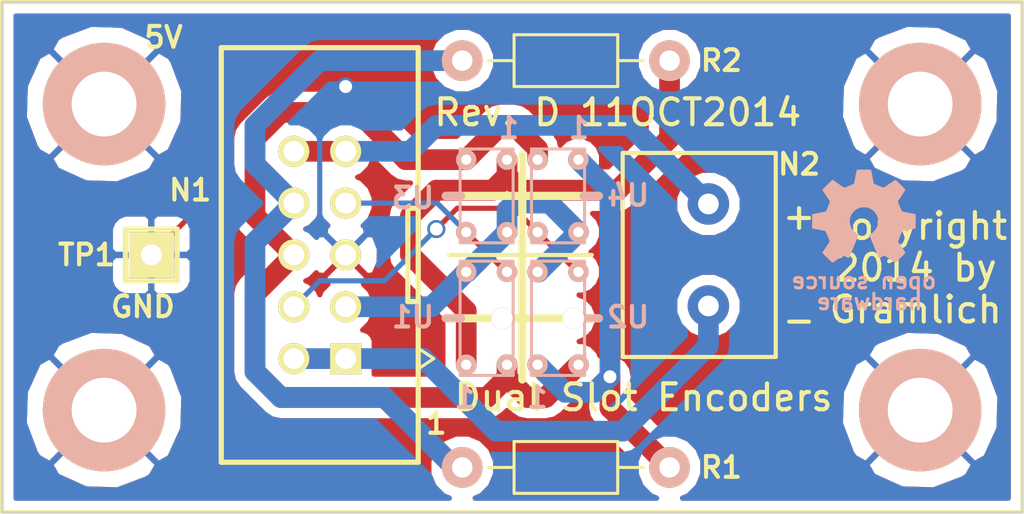
<source format=kicad_pcb>
(kicad_pcb (version 4) (host pcbnew "(2014-jul-16 BZR unknown)-product")

  (general
    (links 27)
    (no_connects 0)
    (area 99.898399 99.13 150.101601 125.3568)
    (thickness 1.6)
    (drawings 27)
    (tracks 93)
    (zones 0)
    (modules 14)
    (nets 11)
  )

  (page A4)
  (layers
    (0 F.Cu signal)
    (31 B.Cu signal)
    (32 B.Adhes user)
    (33 F.Adhes user)
    (34 B.Paste user)
    (35 F.Paste user)
    (36 B.SilkS user)
    (37 F.SilkS user)
    (38 B.Mask user)
    (39 F.Mask user)
    (40 Dwgs.User user)
    (41 Cmts.User user)
    (42 Eco1.User user)
    (43 Eco2.User user)
    (44 Edge.Cuts user)
  )

  (setup
    (last_trace_width 1.016)
    (user_trace_width 0.254)
    (user_trace_width 1.016)
    (trace_clearance 0.254)
    (zone_clearance 0.508)
    (zone_45_only no)
    (trace_min 0.254)
    (segment_width 0.2032)
    (edge_width 0.1)
    (via_size 0.889)
    (via_drill 0.635)
    (via_min_size 0.889)
    (via_min_drill 0.508)
    (uvia_size 0.508)
    (uvia_drill 0.127)
    (uvias_allowed no)
    (uvia_min_size 0.508)
    (uvia_min_drill 0.127)
    (pcb_text_width 0.3)
    (pcb_text_size 1.5 1.5)
    (mod_edge_width 0.15)
    (mod_text_size 1 1)
    (mod_text_width 0.15)
    (pad_size 1 1)
    (pad_drill 0.5)
    (pad_to_mask_clearance 0)
    (aux_axis_origin 0 0)
    (visible_elements 7FFEFFFF)
    (pcbplotparams
      (layerselection 0x010f0_80000001)
      (usegerberextensions true)
      (excludeedgelayer true)
      (linewidth 0.100000)
      (plotframeref false)
      (viasonmask false)
      (mode 1)
      (useauxorigin false)
      (hpglpennumber 1)
      (hpglpenspeed 20)
      (hpglpendiameter 15)
      (hpglpenoverlay 2)
      (psnegative false)
      (psa4output false)
      (plotreference true)
      (plotvalue true)
      (plotinvisibletext false)
      (padsonsilk false)
      (subtractmaskfromsilk false)
      (outputformat 1)
      (mirror false)
      (drillshape 0)
      (scaleselection 1)
      (outputdirectory ""))
  )

  (net 0 "")
  (net 1 "Net-(R1-Pad1)")
  (net 2 "Net-(R2-Pad1)")
  (net 3 /A)
  (net 4 /B)
  (net 5 /MOTOR-)
  (net 6 /MOTOR+)
  (net 7 /LGND)
  (net 8 /LPWR)
  (net 9 /LED_EN)
  (net 10 /BPWR)

  (net_class Default "This is the default net class."
    (clearance 0.254)
    (trace_width 0.254)
    (via_dia 0.889)
    (via_drill 0.635)
    (uvia_dia 0.508)
    (uvia_drill 0.127)
    (add_net /A)
    (add_net /B)
    (add_net "Net-(R1-Pad1)")
    (add_net "Net-(R2-Pad1)")
  )

  (net_class Power ""
    (clearance 0.254)
    (trace_width 1.016)
    (via_dia 0.889)
    (via_drill 0.635)
    (uvia_dia 0.508)
    (uvia_drill 0.127)
    (add_net /BPWR)
    (add_net /LED_EN)
    (add_net /LGND)
    (add_net /LPWR)
    (add_net /MOTOR+)
    (add_net /MOTOR-)
  )

  (module dual_slot_encoders:OSHW_LOGO_200mil (layer B.Cu) (tedit 0) (tstamp 54318570)
    (at 142.24 110.49)
    (path /53C1B3B3)
    (fp_text reference G1 (at 0 -2.6924) (layer B.SilkS) hide
      (effects (font (size 0.23114 0.23114) (thickness 0.04572)) (justify mirror))
    )
    (fp_text value OSHW_LOGO (at 0 2.6924) (layer B.SilkS) hide
      (effects (font (size 0.23114 0.23114) (thickness 0.04572)) (justify mirror))
    )
    (fp_poly (pts (xy -1.53924 2.28092) (xy -1.5113 2.26822) (xy -1.45288 2.23012) (xy -1.36906 2.17424)
      (xy -1.26746 2.10566) (xy -1.1684 2.03962) (xy -1.08458 1.98374) (xy -1.02616 1.94564)
      (xy -1.0033 1.93294) (xy -0.9906 1.93802) (xy -0.94234 1.96088) (xy -0.87122 1.99644)
      (xy -0.83312 2.01676) (xy -0.76708 2.0447) (xy -0.7366 2.04978) (xy -0.73152 2.04216)
      (xy -0.70866 1.9939) (xy -0.67056 1.91008) (xy -0.6223 1.80086) (xy -0.56896 1.67132)
      (xy -0.51054 1.53162) (xy -0.44958 1.38938) (xy -0.3937 1.25476) (xy -0.34544 1.13284)
      (xy -0.3048 1.03378) (xy -0.2794 0.9652) (xy -0.26924 0.93472) (xy -0.27178 0.92964)
      (xy -0.3048 0.89916) (xy -0.36068 0.85598) (xy -0.48006 0.75946) (xy -0.59944 0.61214)
      (xy -0.67056 0.44196) (xy -0.69342 0.25654) (xy -0.6731 0.08382) (xy -0.60706 -0.08128)
      (xy -0.49022 -0.23114) (xy -0.34798 -0.3429) (xy -0.18542 -0.41402) (xy 0 -0.43688)
      (xy 0.17526 -0.41656) (xy 0.34544 -0.35052) (xy 0.4953 -0.23622) (xy 0.5588 -0.16256)
      (xy 0.6477 -0.01016) (xy 0.69596 0.14986) (xy 0.70104 0.19304) (xy 0.69342 0.37084)
      (xy 0.64262 0.54102) (xy 0.5461 0.69342) (xy 0.41656 0.82042) (xy 0.40132 0.83058)
      (xy 0.34036 0.8763) (xy 0.29972 0.90678) (xy 0.2667 0.93472) (xy 0.4953 1.48082)
      (xy 0.53086 1.56718) (xy 0.59182 1.71704) (xy 0.6477 1.84658) (xy 0.69088 1.94818)
      (xy 0.72136 2.01676) (xy 0.73406 2.0447) (xy 0.7366 2.0447) (xy 0.75692 2.04978)
      (xy 0.79756 2.03454) (xy 0.87376 1.99644) (xy 0.92456 1.97104) (xy 0.98298 1.9431)
      (xy 1.00838 1.93294) (xy 1.03124 1.94564) (xy 1.08712 1.9812) (xy 1.1684 2.03454)
      (xy 1.26746 2.10058) (xy 1.3589 2.16408) (xy 1.44526 2.2225) (xy 1.50876 2.2606)
      (xy 1.5367 2.27838) (xy 1.54178 2.27838) (xy 1.56972 2.26314) (xy 1.61798 2.2225)
      (xy 1.69418 2.15138) (xy 1.79832 2.04724) (xy 1.81356 2.032) (xy 1.89992 1.9431)
      (xy 1.97104 1.86944) (xy 2.0193 1.8161) (xy 2.03454 1.79324) (xy 2.03454 1.79324)
      (xy 2.0193 1.76276) (xy 1.9812 1.7018) (xy 1.92278 1.6129) (xy 1.8542 1.5113)
      (xy 1.67386 1.24968) (xy 1.77292 1.00076) (xy 1.8034 0.92456) (xy 1.8415 0.83312)
      (xy 1.87198 0.76708) (xy 1.88722 0.73914) (xy 1.91262 0.72898) (xy 1.9812 0.7112)
      (xy 2.08026 0.69088) (xy 2.1971 0.67056) (xy 2.30886 0.65024) (xy 2.41046 0.62992)
      (xy 2.48412 0.61722) (xy 2.51714 0.6096) (xy 2.52476 0.60452) (xy 2.52984 0.58928)
      (xy 2.53492 0.55372) (xy 2.53746 0.49276) (xy 2.53746 0.39624) (xy 2.53746 0.25654)
      (xy 2.53746 0.2413) (xy 2.53746 0.10668) (xy 2.53492 0) (xy 2.53238 -0.06604)
      (xy 2.5273 -0.09398) (xy 2.5273 -0.09398) (xy 2.49428 -0.1016) (xy 2.42316 -0.11684)
      (xy 2.32156 -0.13716) (xy 2.20218 -0.16002) (xy 2.19456 -0.16256) (xy 2.07518 -0.18542)
      (xy 1.97358 -0.20574) (xy 1.90246 -0.22352) (xy 1.87198 -0.23114) (xy 1.8669 -0.2413)
      (xy 1.8415 -0.28702) (xy 1.80848 -0.36068) (xy 1.76784 -0.45212) (xy 1.72974 -0.5461)
      (xy 1.69418 -0.63246) (xy 1.67132 -0.69596) (xy 1.66624 -0.7239) (xy 1.66624 -0.7239)
      (xy 1.68402 -0.75438) (xy 1.72466 -0.81534) (xy 1.78308 -0.9017) (xy 1.8542 -1.0033)
      (xy 1.85928 -1.01092) (xy 1.92786 -1.11252) (xy 1.98374 -1.19888) (xy 2.02184 -1.25984)
      (xy 2.03454 -1.28778) (xy 2.03454 -1.29032) (xy 2.01168 -1.3208) (xy 1.96088 -1.37668)
      (xy 1.88722 -1.45542) (xy 1.79832 -1.54432) (xy 1.77038 -1.57226) (xy 1.67132 -1.66878)
      (xy 1.60274 -1.73228) (xy 1.55956 -1.7653) (xy 1.53924 -1.77292) (xy 1.53924 -1.77292)
      (xy 1.50876 -1.75514) (xy 1.44272 -1.71196) (xy 1.35636 -1.65354) (xy 1.25476 -1.58242)
      (xy 1.24714 -1.57734) (xy 1.14554 -1.50876) (xy 1.05918 -1.45288) (xy 1.00076 -1.41224)
      (xy 0.97282 -1.397) (xy 0.97028 -1.397) (xy 0.9271 -1.4097) (xy 0.85598 -1.4351)
      (xy 0.76708 -1.46812) (xy 0.6731 -1.50622) (xy 0.58674 -1.54178) (xy 0.52324 -1.57226)
      (xy 0.49276 -1.5875) (xy 0.49276 -1.59004) (xy 0.4826 -1.6256) (xy 0.46482 -1.7018)
      (xy 0.44196 -1.80594) (xy 0.4191 -1.9304) (xy 0.41656 -1.95072) (xy 0.3937 -2.07264)
      (xy 0.37338 -2.1717) (xy 0.35814 -2.24028) (xy 0.35306 -2.27076) (xy 0.33528 -2.2733)
      (xy 0.27432 -2.27838) (xy 0.18542 -2.28092) (xy 0.0762 -2.28092) (xy -0.0381 -2.28092)
      (xy -0.14986 -2.27838) (xy -0.24638 -2.27584) (xy -0.31496 -2.27076) (xy -0.3429 -2.26568)
      (xy -0.3429 -2.26314) (xy -0.3556 -2.22504) (xy -0.37084 -2.14884) (xy -0.3937 -2.0447)
      (xy -0.41656 -1.92024) (xy -0.42164 -1.89738) (xy -0.4445 -1.778) (xy -0.46482 -1.67894)
      (xy -0.47752 -1.61036) (xy -0.48514 -1.58242) (xy -0.49784 -1.57734) (xy -0.5461 -1.55448)
      (xy -0.62738 -1.52146) (xy -0.72898 -1.48082) (xy -0.96012 -1.38684) (xy -1.2446 -1.58242)
      (xy -1.27254 -1.6002) (xy -1.37414 -1.67132) (xy -1.45796 -1.7272) (xy -1.51638 -1.7653)
      (xy -1.54178 -1.778) (xy -1.54432 -1.778) (xy -1.57226 -1.7526) (xy -1.62814 -1.69926)
      (xy -1.70434 -1.62306) (xy -1.79578 -1.53416) (xy -1.86182 -1.46812) (xy -1.94056 -1.38938)
      (xy -1.98882 -1.3335) (xy -2.01676 -1.30048) (xy -2.02692 -1.28016) (xy -2.02438 -1.26492)
      (xy -2.0066 -1.23698) (xy -1.96342 -1.17348) (xy -1.905 -1.08712) (xy -1.83642 -0.98552)
      (xy -1.778 -0.9017) (xy -1.71704 -0.80518) (xy -1.6764 -0.7366) (xy -1.6637 -0.70358)
      (xy -1.66624 -0.69088) (xy -1.68656 -0.635) (xy -1.71958 -0.55118) (xy -1.76276 -0.44958)
      (xy -1.86182 -0.22352) (xy -2.00914 -0.19558) (xy -2.10058 -0.1778) (xy -2.22504 -0.15494)
      (xy -2.34442 -0.13208) (xy -2.53238 -0.09398) (xy -2.54 0.59182) (xy -2.50952 0.60452)
      (xy -2.48158 0.61214) (xy -2.413 0.62738) (xy -2.31394 0.6477) (xy -2.1971 0.66802)
      (xy -2.09804 0.68834) (xy -1.99644 0.70612) (xy -1.92532 0.72136) (xy -1.8923 0.72644)
      (xy -1.88468 0.73914) (xy -1.85928 0.7874) (xy -1.82372 0.8636) (xy -1.78308 0.95758)
      (xy -1.74498 1.0541) (xy -1.70942 1.143) (xy -1.68402 1.20904) (xy -1.67386 1.2446)
      (xy -1.6891 1.27254) (xy -1.7272 1.33096) (xy -1.78308 1.41478) (xy -1.84912 1.51384)
      (xy -1.9177 1.6129) (xy -1.97612 1.69926) (xy -2.01676 1.76022) (xy -2.032 1.78816)
      (xy -2.02438 1.80848) (xy -1.98374 1.85674) (xy -1.91008 1.93294) (xy -1.79832 2.0447)
      (xy -1.778 2.06248) (xy -1.6891 2.14884) (xy -1.61544 2.21742) (xy -1.5621 2.26314)
      (xy -1.53924 2.28092)) (layer B.SilkS) (width 0.00254))
  )

  (module dual_slot_encoders:MountingHole_3mm (layer F.Cu) (tedit 53C1E7D7) (tstamp 54318571)
    (at 105 105)
    (descr "Mounting hole, Befestigungsbohrung, 3mm, No Annular, Kein Restring,")
    (tags "Mounting hole, Befestigungsbohrung, 3mm, No Annular, Kein Restring,")
    (path /53C1592C)
    (fp_text reference H1 (at 0 0) (layer F.SilkS)
      (effects (font (size 1.016 1.016) (thickness 0.2032)))
    )
    (fp_text value 3MM_HOLE (at 0 4.29) (layer F.SilkS) hide
      (effects (font (size 1.016 1.016) (thickness 0.2032)))
    )
    (fp_circle (center 0 0) (end 3 0) (layer Cmts.User) (width 0.381))
    (pad 1 thru_hole circle (at 0 0) (size 6 6) (drill 3.175) (layers *.Cu *.SilkS *.Mask)
      (net 7 /LGND))
  )

  (module dual_slot_encoders:MountingHole_3mm (layer F.Cu) (tedit 53C1E7D7) (tstamp 54318575)
    (at 145 105)
    (descr "Mounting hole, Befestigungsbohrung, 3mm, No Annular, Kein Restring,")
    (tags "Mounting hole, Befestigungsbohrung, 3mm, No Annular, Kein Restring,")
    (path /53C1668B)
    (fp_text reference H2 (at 0 0) (layer F.SilkS)
      (effects (font (size 1.016 1.016) (thickness 0.2032)))
    )
    (fp_text value 3MM_HOLE (at 0 4.29) (layer F.SilkS) hide
      (effects (font (size 1.016 1.016) (thickness 0.2032)))
    )
    (fp_circle (center 0 0) (end 3 0) (layer Cmts.User) (width 0.381))
    (pad 1 thru_hole circle (at 0 0) (size 6 6) (drill 3.175) (layers *.Cu *.SilkS *.Mask)
      (net 7 /LGND))
  )

  (module dual_slot_encoders:MountingHole_3mm (layer F.Cu) (tedit 53C1E7D7) (tstamp 54318579)
    (at 105 120)
    (descr "Mounting hole, Befestigungsbohrung, 3mm, No Annular, Kein Restring,")
    (tags "Mounting hole, Befestigungsbohrung, 3mm, No Annular, Kein Restring,")
    (path /53C166B8)
    (fp_text reference H3 (at 0 0) (layer F.SilkS)
      (effects (font (size 1.016 1.016) (thickness 0.2032)))
    )
    (fp_text value 3MM_HOLE (at 0 4.29) (layer F.SilkS) hide
      (effects (font (size 1.016 1.016) (thickness 0.2032)))
    )
    (fp_circle (center 0 0) (end 3 0) (layer Cmts.User) (width 0.381))
    (pad 1 thru_hole circle (at 0 0) (size 6 6) (drill 3.175) (layers *.Cu *.SilkS *.Mask)
      (net 7 /LGND))
  )

  (module dual_slot_encoders:MountingHole_3mm (layer F.Cu) (tedit 53C1E7D7) (tstamp 5431857D)
    (at 145 120)
    (descr "Mounting hole, Befestigungsbohrung, 3mm, No Annular, Kein Restring,")
    (tags "Mounting hole, Befestigungsbohrung, 3mm, No Annular, Kein Restring,")
    (path /53C166E2)
    (fp_text reference H4 (at 0 0) (layer F.SilkS)
      (effects (font (size 1.016 1.016) (thickness 0.2032)))
    )
    (fp_text value 3MM_HOLE (at 0 4.29) (layer F.SilkS) hide
      (effects (font (size 1.016 1.016) (thickness 0.2032)))
    )
    (fp_circle (center 0 0) (end 3 0) (layer Cmts.User) (width 0.381))
    (pad 1 thru_hole circle (at 0 0) (size 6 6) (drill 3.175) (layers *.Cu *.SilkS *.Mask)
      (net 7 /LGND))
  )

  (module dual_slot_encoders:Resistor_Horizontal_400 (layer F.Cu) (tedit 54396251) (tstamp 54318592)
    (at 127.635 122.809 180)
    (descr "Resistor, Axial,  RM 10mm, 1/3W,")
    (tags "Resistor, Axial, RM 10mm, 1/3W,")
    (path /53C1F063)
    (fp_text reference R1 (at -7.62 0 180) (layer F.SilkS)
      (effects (font (size 1.016 1.016) (thickness 0.2032)))
    )
    (fp_text value 100 (at -0.02 2.47 180) (layer F.SilkS) hide
      (effects (font (size 1.016 1.016) (thickness 0.2032)))
    )
    (fp_line (start 2.54 0) (end 3.81 0) (layer F.SilkS) (width 0.15))
    (fp_line (start -2.54 0) (end -3.81 0) (layer F.SilkS) (width 0.15))
    (fp_line (start -2.54 -1.27) (end -2.54 1.27) (layer F.SilkS) (width 0.15))
    (fp_line (start -2.54 1.27) (end 2.54 1.27) (layer F.SilkS) (width 0.15))
    (fp_line (start 2.54 1.27) (end 2.54 -1.27) (layer F.SilkS) (width 0.15))
    (fp_line (start 2.54 -1.27) (end -2.54 -1.27) (layer F.SilkS) (width 0.15))
    (pad 1 thru_hole circle (at -5.08 0 180) (size 1.99898 1.99898) (drill 1.00076) (layers *.Cu *.SilkS *.Mask)
      (net 1 "Net-(R1-Pad1)"))
    (pad 2 thru_hole circle (at 5.08 0 180) (size 1.99898 1.99898) (drill 1.00076) (layers *.Cu *.SilkS *.Mask)
      (net 10 /BPWR))
  )

  (module dual_slot_encoders:Resistor_Horizontal_400 (layer F.Cu) (tedit 5431876C) (tstamp 54318597)
    (at 127.635 102.87 180)
    (descr "Resistor, Axial,  RM 10mm, 1/3W,")
    (tags "Resistor, Axial, RM 10mm, 1/3W,")
    (path /53C15E4E)
    (fp_text reference R2 (at -7.62 0 180) (layer F.SilkS)
      (effects (font (size 1.016 1.016) (thickness 0.2032)))
    )
    (fp_text value 100 (at -0.02 2.47 180) (layer F.SilkS) hide
      (effects (font (size 1.016 1.016) (thickness 0.2032)))
    )
    (fp_line (start 2.54 0) (end 3.81 0) (layer F.SilkS) (width 0.15))
    (fp_line (start -2.54 0) (end -3.81 0) (layer F.SilkS) (width 0.15))
    (fp_line (start -2.54 -1.27) (end -2.54 1.27) (layer F.SilkS) (width 0.15))
    (fp_line (start -2.54 1.27) (end 2.54 1.27) (layer F.SilkS) (width 0.15))
    (fp_line (start 2.54 1.27) (end 2.54 -1.27) (layer F.SilkS) (width 0.15))
    (fp_line (start 2.54 -1.27) (end -2.54 -1.27) (layer F.SilkS) (width 0.15))
    (pad 1 thru_hole circle (at -5.08 0 180) (size 1.99898 1.99898) (drill 1.00076) (layers *.Cu *.SilkS *.Mask)
      (net 2 "Net-(R2-Pad1)"))
    (pad 2 thru_hole circle (at 5.08 0 180) (size 1.99898 1.99898) (drill 1.00076) (layers *.Cu *.SilkS *.Mask)
      (net 10 /BPWR))
  )

  (module dual_slot_encoders:Pin_Header_Straight_1x01 (layer F.Cu) (tedit 54396249) (tstamp 543185A6)
    (at 107.315 112.395)
    (descr "1 pin")
    (tags "CONN DEV")
    (path /53C1F775)
    (fp_text reference TP1 (at -3.175 0) (layer F.SilkS)
      (effects (font (size 1.016 1.016) (thickness 0.2032)))
    )
    (fp_text value GND (at 0 2.3) (layer F.SilkS) hide
      (effects (font (size 1.016 1.016) (thickness 0.2032)))
    )
    (fp_line (start -1.27 -1.27) (end -1.27 1.27) (layer F.SilkS) (width 0.254))
    (fp_line (start -1.27 1.27) (end 1.27 1.27) (layer F.SilkS) (width 0.254))
    (fp_line (start 1.27 1.27) (end 1.27 -1.27) (layer F.SilkS) (width 0.254))
    (fp_line (start 1.27 -1.27) (end -1.27 -1.27) (layer F.SilkS) (width 0.254))
    (pad 1 thru_hole rect (at 0 0) (size 2.2352 2.2352) (drill 1.016) (layers *.Cu *.Mask F.SilkS)
      (net 7 /LGND))
    (model Pin_Headers/Pin_Header_Straight_1x01.wrl
      (at (xyz 0 0 0))
      (scale (xyz 1 1 1))
      (rotate (xyz 0 0 0))
    )
  )

  (module dual_slot_encoders:GP1S094HCZ0F (layer B.Cu) (tedit 543190AF) (tstamp 543185AA)
    (at 123.75 115.5 270)
    (path /53C15B87)
    (fp_text reference U1 (at -0.057 3.608 360) (layer B.SilkS)
      (effects (font (size 1.016 1.016) (thickness 0.2032)) (justify mirror))
    )
    (fp_text value GP1S094HCZ0F (at 0 2.3 270) (layer B.SilkS) hide
      (effects (font (size 1.016 1.016) (thickness 0.2032)) (justify mirror))
    )
    (fp_text user 1 (at 3.88 1.068 360) (layer B.SilkS)
      (effects (font (size 1.016 1.016) (thickness 0.2032)) (justify mirror))
    )
    (fp_line (start -2.8 1.3) (end 2.8 1.3) (layer B.SilkS) (width 0.15))
    (fp_line (start 2.8 1.3) (end 2.8 -1.3) (layer B.SilkS) (width 0.15))
    (fp_line (start 2.8 -1.3) (end -2.8 -1.3) (layer B.SilkS) (width 0.15))
    (fp_line (start -2.8 -1.3) (end -2.8 1.3) (layer B.SilkS) (width 0.15))
    (pad 1 thru_hole circle (at 2.274 1 270) (size 1 1) (drill 0.5) (layers *.Cu *.Mask B.SilkS)
      (net 2 "Net-(R2-Pad1)"))
    (pad 4 thru_hole circle (at 2.275 -1 270) (size 1 1) (drill 0.5) (layers *.Cu *.Mask B.SilkS)
      (net 9 /LED_EN))
    (pad 2 thru_hole circle (at -2.275 1 270) (size 1 1) (drill 0.5) (layers *.Cu *.Mask B.SilkS)
      (net 8 /LPWR))
    (pad 3 thru_hole circle (at -2.275 -1 270) (size 1 1) (drill 0.5) (layers *.Cu *.Mask B.SilkS)
      (net 4 /B))
    (pad "" thru_hole circle (at 0 -0.75 270) (size 1.05 1.05) (drill 1.05) (layers *.Cu *.Mask B.SilkS))
  )

  (module dual_slot_encoders:GP1S094HCZ0F (layer B.Cu) (tedit 543190B9) (tstamp 543185B2)
    (at 127.25 115.5 270)
    (path /53C15BBA)
    (fp_text reference U2 (at -0.057 -3.433 360) (layer B.SilkS)
      (effects (font (size 1.016 1.016) (thickness 0.2032)) (justify mirror))
    )
    (fp_text value GP1S094HCZ0F (at 0 2.3 270) (layer B.SilkS) hide
      (effects (font (size 1.016 1.016) (thickness 0.2032)) (justify mirror))
    )
    (fp_text user 1 (at 3.88 1.012 360) (layer B.SilkS)
      (effects (font (size 1.016 1.016) (thickness 0.2032)) (justify mirror))
    )
    (fp_line (start -2.8 1.3) (end 2.8 1.3) (layer B.SilkS) (width 0.15))
    (fp_line (start 2.8 1.3) (end 2.8 -1.3) (layer B.SilkS) (width 0.15))
    (fp_line (start 2.8 -1.3) (end -2.8 -1.3) (layer B.SilkS) (width 0.15))
    (fp_line (start -2.8 -1.3) (end -2.8 1.3) (layer B.SilkS) (width 0.15))
    (pad 1 thru_hole circle (at 2.274 1 270) (size 1 1) (drill 0.5) (layers *.Cu *.Mask B.SilkS)
      (net 1 "Net-(R1-Pad1)"))
    (pad 4 thru_hole circle (at 2.275 -1 270) (size 1 1) (drill 0.5) (layers *.Cu *.Mask B.SilkS)
      (net 9 /LED_EN))
    (pad 2 thru_hole circle (at -2.275 1 270) (size 1 1) (drill 0.5) (layers *.Cu *.Mask B.SilkS)
      (net 8 /LPWR))
    (pad 3 thru_hole circle (at -2.275 -1 270) (size 1 1) (drill 0.5) (layers *.Cu *.Mask B.SilkS)
      (net 3 /A))
    (pad "" thru_hole circle (at 0 -0.75 270) (size 1.05 1.05) (drill 1.05) (layers *.Cu *.Mask B.SilkS))
  )

  (module dual_slot_encoders:GP1S097HCZ0F (layer B.Cu) (tedit 543190C0) (tstamp 543185BA)
    (at 123.75 109.5 90)
    (path /53C15B02)
    (fp_text reference U3 (at -0.101 -3.608 180) (layer B.SilkS)
      (effects (font (size 1.016 1.016) (thickness 0.2032)) (justify mirror))
    )
    (fp_text value GPS1S97HCZ0F (at 0 2 90) (layer B.SilkS) hide
      (effects (font (size 1.016 1.016) (thickness 0.2032)) (justify mirror))
    )
    (fp_text user 1 (at 3.328 1.091 180) (layer B.SilkS)
      (effects (font (size 1.016 1.016) (thickness 0.2032)) (justify mirror))
    )
    (fp_line (start -2.3 1.3) (end 2.3 1.3) (layer B.SilkS) (width 0.15))
    (fp_line (start 2.3 1.3) (end 2.3 -1.3) (layer B.SilkS) (width 0.15))
    (fp_line (start 2.3 -1.3) (end -2.3 -1.3) (layer B.SilkS) (width 0.15))
    (fp_line (start -2.3 -1.3) (end -2.3 1.3) (layer B.SilkS) (width 0.15))
    (pad 1 thru_hole circle (at 1.775 1 90) (size 1 1) (drill 0.5) (layers *.Cu *.Mask B.SilkS)
      (net 2 "Net-(R2-Pad1)"))
    (pad 4 thru_hole circle (at 1.775 -1 90) (size 1 1) (drill 0.5) (layers *.Cu *.Mask B.SilkS)
      (net 9 /LED_EN))
    (pad 2 thru_hole circle (at -1.775 1 90) (size 1 1) (drill 0.5) (layers *.Cu *.Mask B.SilkS)
      (net 8 /LPWR))
    (pad 3 thru_hole circle (at -1.775 -1 90) (size 1 1) (drill 0.5) (layers *.Cu *.Mask B.SilkS)
      (net 4 /B))
  )

  (module dual_slot_encoders:GP1S097HCZ0F (layer B.Cu) (tedit 543190C9) (tstamp 543185C1)
    (at 127.25 109.5 90)
    (path /53C15B57)
    (fp_text reference U4 (at 0.026 3.433 180) (layer B.SilkS)
      (effects (font (size 1.016 1.016) (thickness 0.2032)) (justify mirror))
    )
    (fp_text value GPS1S97HCZ0F (at 0 2 90) (layer B.SilkS) hide
      (effects (font (size 1.016 1.016) (thickness 0.2032)) (justify mirror))
    )
    (fp_text user 1 (at 3.328 1.02 180) (layer B.SilkS)
      (effects (font (size 1.016 1.016) (thickness 0.2032)) (justify mirror))
    )
    (fp_line (start -2.3 1.3) (end 2.3 1.3) (layer B.SilkS) (width 0.15))
    (fp_line (start 2.3 1.3) (end 2.3 -1.3) (layer B.SilkS) (width 0.15))
    (fp_line (start 2.3 -1.3) (end -2.3 -1.3) (layer B.SilkS) (width 0.15))
    (fp_line (start -2.3 -1.3) (end -2.3 1.3) (layer B.SilkS) (width 0.15))
    (pad 1 thru_hole circle (at 1.775 1 90) (size 1 1) (drill 0.5) (layers *.Cu *.Mask B.SilkS)
      (net 1 "Net-(R1-Pad1)"))
    (pad 4 thru_hole circle (at 1.775 -1 90) (size 1 1) (drill 0.5) (layers *.Cu *.Mask B.SilkS)
      (net 9 /LED_EN))
    (pad 2 thru_hole circle (at -1.775 1 90) (size 1 1) (drill 0.5) (layers *.Cu *.Mask B.SilkS)
      (net 8 /LPWR))
    (pad 3 thru_hole circle (at -1.775 -1 90) (size 1 1) (drill 0.5) (layers *.Cu *.Mask B.SilkS)
      (net 3 /A))
  )

  (module dual_slot_encoders:5MM_TERMINAL_BLOCK_2_POS (layer F.Cu) (tedit 54318E6C) (tstamp 54318591)
    (at 134.62 112.395 90)
    (path /543185E5)
    (fp_text reference N2 (at 4.445 4.445 180) (layer F.SilkS)
      (effects (font (size 1.016 1.016) (thickness 0.2032)))
    )
    (fp_text value MOTOR_CONN (at 0 4.191 90) (layer F.SilkS) hide
      (effects (font (size 1.016 1.016) (thickness 0.2032)))
    )
    (fp_line (start -5 -4.2) (end -5 3.3) (layer F.SilkS) (width 0.2032))
    (fp_line (start -5 3.3) (end 5 3.3) (layer F.SilkS) (width 0.2032))
    (fp_line (start 5 3.3) (end 5 -4.2) (layer F.SilkS) (width 0.2032))
    (fp_line (start 5 -4.2) (end -5 -4.2) (layer F.SilkS) (width 0.2032))
    (pad 1 thru_hole circle (at -2.5 0 90) (size 2.032 2.032) (drill 1.016) (layers *.Cu *.Mask)
      (net 6 /MOTOR+))
    (pad 2 thru_hole circle (at 2.5 0 90) (size 2.032 2.032) (drill 1.016) (layers *.Cu *.Mask)
      (net 5 /MOTOR-))
  )

  (module dual_slot_encoders:Pin_Header_Straight_2x05_Shrouded (layer F.Cu) (tedit 5439624C) (tstamp 54395AED)
    (at 115.57 112.395 90)
    (descr "Male 2x5 Header 2.54mm pitch")
    (tags CONN)
    (path /5438CAE0)
    (fp_text reference N1 (at 3.175 -6.35 360) (layer F.SilkS)
      (effects (font (size 1.016 1.016) (thickness 0.2032)))
    )
    (fp_text value MOTOR_ENCODER_CONN_2X5 (at 0 6.5 90) (layer F.SilkS) hide
      (effects (font (size 1.016 1.016) (thickness 0.2032)))
    )
    (fp_line (start -5.08 5.588) (end -5.588 4.826) (layer F.SilkS) (width 0.15))
    (fp_line (start -5.08 5.588) (end -4.572 4.826) (layer F.SilkS) (width 0.15))
    (fp_line (start 2.286 4.826) (end 2.286 4.318) (layer F.SilkS) (width 0.254))
    (fp_line (start 2.286 4.318) (end -2.286 4.318) (layer F.SilkS) (width 0.254))
    (fp_line (start -2.286 4.318) (end -2.286 4.826) (layer F.SilkS) (width 0.254))
    (fp_line (start -10.16 -4.826) (end 10.16 -4.826) (layer F.SilkS) (width 0.254))
    (fp_line (start 10.16 -4.826) (end 10.16 4.826) (layer F.SilkS) (width 0.254))
    (fp_line (start 10.16 4.826) (end -10.16 4.826) (layer F.SilkS) (width 0.254))
    (fp_line (start -10.16 4.826) (end -10.16 -4.826) (layer F.SilkS) (width 0.254))
    (pad 1 thru_hole rect (at -5.08 1.27 90) (size 1.524 1.524) (drill 1.016) (layers *.Cu *.Mask F.SilkS)
      (net 6 /MOTOR+))
    (pad 2 thru_hole circle (at -5.08 -1.27 90) (size 1.524 1.524) (drill 1.016) (layers *.Cu *.Mask F.SilkS)
      (net 6 /MOTOR+))
    (pad 3 thru_hole circle (at -2.54 1.27 90) (size 1.524 1.524) (drill 1.016) (layers *.Cu *.Mask F.SilkS)
      (net 8 /LPWR))
    (pad 4 thru_hole circle (at -2.54 -1.27 90) (size 1.524 1.524) (drill 1.016) (layers *.Cu *.Mask F.SilkS)
      (net 3 /A))
    (pad 5 thru_hole circle (at 0 1.27 90) (size 1.524 1.524) (drill 1.016) (layers *.Cu *.Mask F.SilkS)
      (net 7 /LGND))
    (pad 6 thru_hole circle (at 0 -1.27 90) (size 1.524 1.524) (drill 1.016) (layers *.Cu *.Mask F.SilkS)
      (net 9 /LED_EN))
    (pad 7 thru_hole circle (at 2.54 1.27 90) (size 1.524 1.524) (drill 1.016) (layers *.Cu *.Mask F.SilkS)
      (net 4 /B))
    (pad 8 thru_hole circle (at 2.54 -1.27 90) (size 1.524 1.524) (drill 1.016) (layers *.Cu *.Mask F.SilkS)
      (net 10 /BPWR))
    (pad 9 thru_hole circle (at 5.08 1.27 90) (size 1.524 1.524) (drill 1.016) (layers *.Cu *.Mask F.SilkS)
      (net 5 /MOTOR-))
    (pad 10 thru_hole circle (at 5.08 -1.27 90) (size 1.524 1.524) (drill 1.016) (layers *.Cu *.Mask F.SilkS)
      (net 5 /MOTOR-))
    (model pin_array/pins_array_5x2.wrl
      (at (xyz 0 0 0))
      (scale (xyz 1 1 1))
      (rotate (xyz 0 0 0))
    )
  )

  (gr_line (start 128.905 112.395) (end 121.92 112.395) (angle 90) (layer F.SilkS) (width 0.2032))
  (gr_text - (at 139.065 115.57) (layer F.SilkS)
    (effects (font (size 1.27 1.27) (thickness 0.2032)) (justify mirror))
  )
  (gr_text + (at 139.065 110.49) (layer F.SilkS)
    (effects (font (size 1.27 1.27) (thickness 0.2032)) (justify mirror))
  )
  (gr_line (start 100 125) (end 100 100) (angle 90) (layer Edge.Cuts) (width 0.1))
  (gr_line (start 150 125) (end 100 125) (angle 90) (layer Edge.Cuts) (width 0.1))
  (gr_line (start 150 100) (end 150 125) (angle 90) (layer Edge.Cuts) (width 0.1))
  (gr_line (start 100 100) (end 150 100) (angle 90) (layer Edge.Cuts) (width 0.1))
  (gr_text 5V (at 108.966 101.727) (layer F.SilkS)
    (effects (font (size 1.016 1.016) (thickness 0.2032)) (justify right))
  )
  (gr_text GND (at 108.585 114.935) (layer F.SilkS)
    (effects (font (size 1.016 1.016) (thickness 0.2032)) (justify right))
  )
  (gr_text 1 (at 121.285 120.65) (layer F.SilkS)
    (effects (font (size 1.016 1.016) (thickness 0.2032)))
  )
  (gr_line (start 129.25 109.5) (end 128.5 109.5) (angle 90) (layer B.SilkS) (width 0.4))
  (gr_line (start 121.75 109.5) (end 129.25 109.5) (angle 90) (layer F.SilkS) (width 0.4))
  (gr_line (start 121.75 109.5) (end 122.5 109.5) (angle 90) (layer B.SilkS) (width 0.4))
  (gr_line (start 128.5 115.5) (end 129.25 115.5) (angle 90) (layer B.SilkS) (width 0.4))
  (gr_line (start 122.5 115.5) (end 121.75 115.5) (angle 90) (layer B.SilkS) (width 0.4))
  (gr_text "Copyright\n2014 by\nGramlich" (at 144.78 113.03) (layer F.SilkS) (tstamp 5431888A)
    (effects (font (size 1.27 1.27) (thickness 0.2032)))
  )
  (gr_text "Rev. D 11OCT2014" (at 130.175 105.41) (layer F.SilkS)
    (effects (font (size 1.27 1.27) (thickness 0.2032)))
  )
  (gr_text "Dual Slot Encoders" (at 131.445 119.38) (layer F.SilkS)
    (effects (font (size 1.27 1.27) (thickness 0.2032)))
  )
  (gr_text hardware (at 142.51432 114.69624) (layer B.SilkS)
    (effects (font (size 0.762 0.762) (thickness 0.1524)) (justify mirror))
  )
  (gr_text "open source" (at 142.24 113.665) (layer B.SilkS)
    (effects (font (size 0.762 0.762) (thickness 0.1524)) (justify mirror))
  )
  (gr_line (start 121.75 115.5) (end 129.25 115.5) (angle 90) (layer F.SilkS) (width 0.4))
  (gr_line (start 125.5 107.5) (end 125.5 118.5) (angle 90) (layer F.SilkS) (width 0.4))
  (gr_line (start 100 125) (end 100 100) (angle 90) (layer F.SilkS) (width 0.2032))
  (gr_line (start 150 125) (end 100 125) (angle 90) (layer F.SilkS) (width 0.2032))
  (gr_line (start 150 100) (end 150 125) (angle 90) (layer F.SilkS) (width 0.2032))
  (gr_line (start 100 100) (end 150 100) (angle 90) (layer F.SilkS) (width 0.2032))
  (gr_line (start 100 100) (end 150 100) (angle 90) (layer F.SilkS) (width 0.2) (tstamp 53C19E0E))

  (via (at 129.794 118.364) (size 0.889) (layers F.Cu B.Cu) (net 1))
  (segment (start 132.715 122.809) (end 129.794 119.888) (width 1.016) (layer F.Cu) (net 1) (tstamp 54396DCB))
  (segment (start 129.794 119.888) (end 129.794 118.364) (width 1.016) (layer F.Cu) (net 1) (tstamp 54396DCA))
  (segment (start 126.25 117.774) (end 127.602 119.126) (width 1.016) (layer B.Cu) (net 1))
  (segment (start 129.794 109.269) (end 128.25 107.725) (width 1.016) (layer B.Cu) (net 1) (tstamp 54396DBC))
  (segment (start 129.794 110.49) (end 129.794 109.269) (width 1.016) (layer B.Cu) (net 1) (tstamp 54396DBB))
  (segment (start 129.794 118.364) (end 129.794 110.49) (width 1.016) (layer B.Cu) (net 1) (tstamp 54396DB8))
  (segment (start 129.032 119.126) (end 129.794 118.364) (width 1.016) (layer B.Cu) (net 1) (tstamp 54396DB6))
  (segment (start 127.602 119.126) (end 129.032 119.126) (width 1.016) (layer B.Cu) (net 1) (tstamp 54396DB1))
  (segment (start 122.75 117.774) (end 122.75 115.13) (width 1.016) (layer F.Cu) (net 2))
  (segment (start 120.015 110.49) (end 121.285 109.22) (width 1.016) (layer F.Cu) (net 2) (tstamp 54397A9D))
  (segment (start 120.015 112.395) (end 120.015 110.49) (width 1.016) (layer F.Cu) (net 2) (tstamp 54397A98))
  (segment (start 122.75 115.13) (end 120.015 112.395) (width 1.016) (layer F.Cu) (net 2) (tstamp 54397A92))
  (segment (start 124.047762 109.22) (end 124.75 108.517762) (width 1.016) (layer F.Cu) (net 2) (tstamp 54396E17))
  (segment (start 121.285 109.22) (end 124.047762 109.22) (width 1.016) (layer F.Cu) (net 2) (tstamp 54397AA2))
  (segment (start 124.75 107.725) (end 124.75 108.517762) (width 1.016) (layer F.Cu) (net 2))
  (segment (start 132.715 106.68) (end 132.715 102.87) (width 1.016) (layer F.Cu) (net 2) (tstamp 54396CE9))
  (segment (start 130.175 109.22) (end 132.715 106.68) (width 1.016) (layer F.Cu) (net 2) (tstamp 54396CE7))
  (segment (start 125.452238 109.22) (end 130.175 109.22) (width 1.016) (layer F.Cu) (net 2) (tstamp 54396CE6))
  (segment (start 124.75 108.517762) (end 125.452238 109.22) (width 1.016) (layer F.Cu) (net 2) (tstamp 54396CE4))
  (segment (start 126.25 111.275) (end 125.084002 110.109002) (width 0.254) (layer F.Cu) (net 3))
  (segment (start 115.57 113.665) (end 114.3 114.935) (width 0.254) (layer B.Cu) (net 3) (tstamp 54396E5A))
  (segment (start 118.745 113.665) (end 115.57 113.665) (width 0.254) (layer B.Cu) (net 3) (tstamp 54396E52))
  (segment (start 121.285 111.125) (end 118.745 113.665) (width 0.254) (layer B.Cu) (net 3) (tstamp 54396E51))
  (via (at 121.285 111.125) (size 0.889) (layers F.Cu B.Cu) (net 3))
  (segment (start 122.300998 110.109002) (end 121.285 111.125) (width 0.254) (layer F.Cu) (net 3) (tstamp 54396E49))
  (segment (start 125.084002 110.109002) (end 122.300998 110.109002) (width 0.254) (layer F.Cu) (net 3) (tstamp 54396E45))
  (segment (start 126.25 111.275) (end 128.2 113.225) (width 0.254) (layer F.Cu) (net 3))
  (segment (start 128.2 113.225) (end 128.25 113.225) (width 0.254) (layer F.Cu) (net 3) (tstamp 5439699B))
  (segment (start 122.75 111.275) (end 121.33 109.855) (width 0.254) (layer B.Cu) (net 4))
  (segment (start 121.33 109.855) (end 116.84 109.855) (width 0.254) (layer B.Cu) (net 4) (tstamp 543969BB))
  (segment (start 122.75 111.275) (end 124.7 113.225) (width 0.254) (layer F.Cu) (net 4))
  (segment (start 124.7 113.225) (end 124.75 113.225) (width 0.254) (layer F.Cu) (net 4) (tstamp 54396995))
  (segment (start 116.84 107.315) (end 114.3 107.315) (width 1.016) (layer F.Cu) (net 5))
  (segment (start 134.62 109.895) (end 130.77 106.045) (width 1.016) (layer B.Cu) (net 5))
  (segment (start 120.015 107.315) (end 116.84 107.315) (width 1.016) (layer B.Cu) (net 5) (tstamp 543968BD))
  (segment (start 121.285 106.045) (end 120.015 107.315) (width 1.016) (layer B.Cu) (net 5) (tstamp 543968BB))
  (segment (start 130.77 106.045) (end 121.285 106.045) (width 1.016) (layer B.Cu) (net 5) (tstamp 543968B8))
  (segment (start 134.62 114.895) (end 134.62 116.84) (width 1.016) (layer B.Cu) (net 6))
  (segment (start 130.429 121.031) (end 124.206 121.031) (width 1.016) (layer B.Cu) (net 6) (tstamp 54396CA7))
  (segment (start 134.62 116.84) (end 130.429 121.031) (width 1.016) (layer B.Cu) (net 6) (tstamp 54396CA3))
  (segment (start 116.84 117.475) (end 114.3 117.475) (width 1.016) (layer B.Cu) (net 6))
  (segment (start 120.65 117.475) (end 116.84 117.475) (width 1.016) (layer B.Cu) (net 6) (tstamp 54396AA0))
  (segment (start 124.206 121.031) (end 120.65 117.475) (width 1.016) (layer B.Cu) (net 6) (tstamp 54396A9F))
  (segment (start 116.84 104.14) (end 112.395 104.14) (width 0.254) (layer F.Cu) (net 7))
  (segment (start 112.395 104.14) (end 109.22 107.315) (width 0.254) (layer F.Cu) (net 7) (tstamp 54396F3B))
  (segment (start 115.57 111.125) (end 115.57 105.41) (width 0.254) (layer B.Cu) (net 7) (tstamp 54396EE2))
  (segment (start 115.57 105.41) (end 116.84 104.14) (width 0.254) (layer B.Cu) (net 7) (tstamp 54396EE6))
  (via (at 116.84 104.14) (size 0.889) (layers F.Cu B.Cu) (net 7))
  (segment (start 116.84 112.395) (end 115.57 111.125) (width 0.254) (layer B.Cu) (net 7))
  (segment (start 109.22 110.49) (end 107.315 112.395) (width 0.254) (layer F.Cu) (net 7) (tstamp 54396F0E))
  (segment (start 109.22 107.315) (end 109.22 110.49) (width 0.254) (layer F.Cu) (net 7) (tstamp 54396F0D))
  (segment (start 105 120) (end 105.015 120.015) (width 1.016) (layer F.Cu) (net 7))
  (segment (start 124.75 111.275) (end 124.75 110.2) (width 1.016) (layer B.Cu) (net 8))
  (segment (start 126.83 109.855) (end 128.25 111.275) (width 1.016) (layer B.Cu) (net 8) (tstamp 54396C5F))
  (segment (start 125.095 109.855) (end 126.83 109.855) (width 1.016) (layer B.Cu) (net 8) (tstamp 54396C5C))
  (segment (start 124.75 110.2) (end 125.095 109.855) (width 1.016) (layer B.Cu) (net 8) (tstamp 54396C59))
  (segment (start 126.25 113.225) (end 126.3 113.225) (width 1.016) (layer B.Cu) (net 8))
  (segment (start 126.3 113.225) (end 128.25 111.275) (width 1.016) (layer B.Cu) (net 8) (tstamp 54396B02))
  (segment (start 122.75 113.225) (end 122.8 113.225) (width 1.016) (layer B.Cu) (net 8))
  (segment (start 122.8 113.225) (end 124.75 111.275) (width 1.016) (layer B.Cu) (net 8) (tstamp 54396AF5))
  (segment (start 126.25 112.775) (end 126.25 113.225) (width 0.254) (layer B.Cu) (net 8) (tstamp 5439696F))
  (segment (start 116.84 114.935) (end 121.04 114.935) (width 1.016) (layer B.Cu) (net 8))
  (segment (start 121.04 114.935) (end 122.75 113.225) (width 1.016) (layer B.Cu) (net 8) (tstamp 54396937))
  (segment (start 128.25 117.775) (end 126.645 119.38) (width 1.016) (layer F.Cu) (net 9))
  (segment (start 122.75 107.725) (end 119.79 107.725) (width 1.016) (layer F.Cu) (net 9))
  (segment (start 119.79 107.725) (end 117.475 105.41) (width 1.016) (layer F.Cu) (net 9) (tstamp 54397A77))
  (segment (start 126.25 107.725) (end 126.25 107.2) (width 1.016) (layer F.Cu) (net 9))
  (segment (start 124.43 106.045) (end 122.75 107.725) (width 1.016) (layer F.Cu) (net 9) (tstamp 54396CFA))
  (segment (start 125.095 106.045) (end 124.43 106.045) (width 1.016) (layer F.Cu) (net 9) (tstamp 54396CF9))
  (segment (start 126.25 107.2) (end 125.095 106.045) (width 1.016) (layer F.Cu) (net 9) (tstamp 54396CF4))
  (segment (start 124.75 118.4) (end 123.77 119.38) (width 1.016) (layer F.Cu) (net 9))
  (segment (start 112.395 114.3) (end 114.3 112.395) (width 1.016) (layer F.Cu) (net 9) (tstamp 54396CD5))
  (segment (start 112.395 118.11) (end 112.395 114.3) (width 1.016) (layer F.Cu) (net 9) (tstamp 54396CD2))
  (segment (start 113.665 119.38) (end 112.395 118.11) (width 1.016) (layer F.Cu) (net 9) (tstamp 54396CCF))
  (segment (start 123.77 119.38) (end 113.665 119.38) (width 1.016) (layer F.Cu) (net 9) (tstamp 54396CCC))
  (segment (start 124.75 118.4) (end 124.75 117.775) (width 1.016) (layer F.Cu) (net 9) (tstamp 54396A51))
  (segment (start 125.73 119.38) (end 124.75 118.4) (width 1.016) (layer F.Cu) (net 9) (tstamp 54396A50))
  (segment (start 126.645 119.38) (end 125.73 119.38) (width 1.016) (layer F.Cu) (net 9) (tstamp 54397B2B))
  (segment (start 114.3 112.395) (end 112.395 110.49) (width 1.016) (layer F.Cu) (net 9))
  (segment (start 113.665 105.41) (end 117.475 105.41) (width 1.016) (layer F.Cu) (net 9) (tstamp 543969F0))
  (segment (start 112.395 106.68) (end 113.665 105.41) (width 1.016) (layer F.Cu) (net 9) (tstamp 543969EF))
  (segment (start 112.395 110.49) (end 112.395 106.68) (width 1.016) (layer F.Cu) (net 9) (tstamp 543969EB))
  (segment (start 122.555 122.809) (end 122.174 122.809) (width 1.016) (layer B.Cu) (net 10))
  (segment (start 122.174 122.809) (end 118.745 119.38) (width 1.016) (layer B.Cu) (net 10) (tstamp 54397A20))
  (segment (start 113.665 119.38) (end 112.395 118.11) (width 1.016) (layer B.Cu) (net 10) (tstamp 54397A24))
  (segment (start 118.745 119.38) (end 113.665 119.38) (width 1.016) (layer B.Cu) (net 10) (tstamp 54397A23))
  (segment (start 112.395 111.76) (end 114.3 109.855) (width 1.016) (layer B.Cu) (net 10) (tstamp 54396D9D))
  (segment (start 112.395 118.11) (end 112.395 111.76) (width 1.016) (layer B.Cu) (net 10) (tstamp 54397A2C))
  (segment (start 114.3 109.855) (end 112.395 107.95) (width 1.016) (layer B.Cu) (net 10))
  (segment (start 115.57 102.87) (end 122.555 102.87) (width 1.016) (layer B.Cu) (net 10) (tstamp 54396900))
  (segment (start 112.395 106.045) (end 115.57 102.87) (width 1.016) (layer B.Cu) (net 10) (tstamp 543968FE))
  (segment (start 112.395 107.95) (end 112.395 106.045) (width 1.016) (layer B.Cu) (net 10) (tstamp 543968F9))

  (zone (net 7) (net_name /LGND) (layer B.Cu) (tstamp 53C1AF9C) (hatch edge 0.508)
    (connect_pads (clearance 0.508))
    (min_thickness 0.254)
    (fill yes (arc_segments 16) (thermal_gap 0.762) (thermal_bridge_width 0.3048))
    (polygon
      (pts
        (xy 100.4 124.6) (xy 100.4 100.4) (xy 149.6 100.4) (xy 149.6 124.6)
      )
    )
    (filled_polygon
      (pts
        (xy 120.327074 110.617) (xy 120.205687 110.909332) (xy 120.205497 111.126871) (xy 118.429369 112.903) (xy 118.42068 112.903)
        (xy 118.482577 112.763226) (xy 118.498457 112.106609) (xy 118.261852 111.493898) (xy 118.216629 111.426216) (xy 117.890954 111.379967)
        (xy 116.875921 112.395) (xy 116.890063 112.409142) (xy 116.854142 112.445063) (xy 116.84 112.430921) (xy 116.825857 112.445063)
        (xy 116.789936 112.409142) (xy 116.804079 112.395) (xy 115.789046 111.379967) (xy 115.463371 111.426216) (xy 115.41527 111.534835)
        (xy 115.09237 111.211371) (xy 114.884487 111.12505) (xy 115.090303 111.04001) (xy 115.483629 110.64737) (xy 115.569949 110.439487)
        (xy 115.65499 110.645303) (xy 115.970197 110.961061) (xy 115.938898 110.973148) (xy 115.871216 111.018371) (xy 115.824967 111.344046)
        (xy 116.84 112.359079) (xy 117.855033 111.344046) (xy 117.808784 111.018371) (xy 117.700164 110.97027) (xy 118.023629 110.64737)
        (xy 118.036239 110.617) (xy 120.327074 110.617)
      )
    )
    (filled_polygon
      (pts
        (xy 149.315 124.315) (xy 148.912318 124.315) (xy 148.912318 119.354633) (xy 148.912318 104.354633) (xy 148.367539 102.906579)
        (xy 148.22277 102.689917) (xy 147.664558 102.371363) (xy 147.628637 102.407284) (xy 147.628637 102.335442) (xy 147.310083 101.77723)
        (xy 145.900937 101.138518) (xy 144.354633 101.087682) (xy 142.906579 101.632461) (xy 142.689917 101.77723) (xy 142.371363 102.335442)
        (xy 145 104.964079) (xy 147.628637 102.335442) (xy 147.628637 102.407284) (xy 145.035921 105) (xy 147.664558 107.628637)
        (xy 148.22277 107.310083) (xy 148.861482 105.900937) (xy 148.912318 104.354633) (xy 148.912318 119.354633) (xy 148.367539 117.906579)
        (xy 148.22277 117.689917) (xy 147.664558 117.371363) (xy 147.628637 117.407284) (xy 147.628637 117.335442) (xy 147.628637 107.664558)
        (xy 145 105.035921) (xy 144.964079 105.071842) (xy 144.964079 105) (xy 142.335442 102.371363) (xy 141.77723 102.689917)
        (xy 141.138518 104.099063) (xy 141.087682 105.645367) (xy 141.632461 107.093421) (xy 141.77723 107.310083) (xy 142.335442 107.628637)
        (xy 144.964079 105) (xy 144.964079 105.071842) (xy 142.371363 107.664558) (xy 142.689917 108.22277) (xy 144.099063 108.861482)
        (xy 145.645367 108.912318) (xy 147.093421 108.367539) (xy 147.310083 108.22277) (xy 147.628637 107.664558) (xy 147.628637 117.335442)
        (xy 147.310083 116.77723) (xy 145.900937 116.138518) (xy 144.354633 116.087682) (xy 142.906579 116.632461) (xy 142.689917 116.77723)
        (xy 142.371363 117.335442) (xy 145 119.964079) (xy 147.628637 117.335442) (xy 147.628637 117.407284) (xy 145.035921 120)
        (xy 147.664558 122.628637) (xy 148.22277 122.310083) (xy 148.861482 120.900937) (xy 148.912318 119.354633) (xy 148.912318 124.315)
        (xy 147.628637 124.315) (xy 147.628637 122.664558) (xy 145 120.035921) (xy 144.964079 120.071842) (xy 144.964079 120)
        (xy 142.335442 117.371363) (xy 141.77723 117.689917) (xy 141.138518 119.099063) (xy 141.087682 120.645367) (xy 141.632461 122.093421)
        (xy 141.77723 122.310083) (xy 142.335442 122.628637) (xy 144.964079 120) (xy 144.964079 120.071842) (xy 142.371363 122.664558)
        (xy 142.689917 123.22277) (xy 144.099063 123.861482) (xy 145.645367 123.912318) (xy 147.093421 123.367539) (xy 147.310083 123.22277)
        (xy 147.628637 122.664558) (xy 147.628637 124.315) (xy 133.35035 124.315) (xy 133.639655 124.195462) (xy 134.099846 123.736073)
        (xy 134.349206 123.135547) (xy 134.349774 122.485306) (xy 134.101462 121.884345) (xy 133.642073 121.424154) (xy 133.041547 121.174794)
        (xy 132.391306 121.174226) (xy 131.790345 121.422538) (xy 131.330154 121.881927) (xy 131.080794 122.482453) (xy 131.080226 123.132694)
        (xy 131.328538 123.733655) (xy 131.787927 124.193846) (xy 132.079698 124.315) (xy 123.19035 124.315) (xy 123.479655 124.195462)
        (xy 123.939846 123.736073) (xy 124.189206 123.135547) (xy 124.189774 122.485306) (xy 124.048173 122.142606) (xy 124.206 122.174)
        (xy 130.429 122.174) (xy 130.866407 122.086994) (xy 131.237223 121.839223) (xy 135.428223 117.648223) (xy 135.675994 117.277407)
        (xy 135.763 116.84) (xy 135.763 116.086825) (xy 136.018834 115.831437) (xy 136.270713 115.224845) (xy 136.271286 114.568037)
        (xy 136.020466 113.961005) (xy 135.556437 113.496166) (xy 134.949845 113.244287) (xy 134.293037 113.243714) (xy 133.686005 113.494534)
        (xy 133.221166 113.958563) (xy 132.969287 114.565155) (xy 132.968714 115.221963) (xy 133.219534 115.828995) (xy 133.477 116.08691)
        (xy 133.477 116.366554) (xy 129.955553 119.888) (xy 129.886446 119.888) (xy 130.602223 119.172223) (xy 130.849994 118.801407)
        (xy 130.937 118.364) (xy 130.937 110.49) (xy 130.937 109.269) (xy 130.849994 108.831593) (xy 130.602223 108.460777)
        (xy 129.329446 107.188) (xy 130.296553 107.188) (xy 132.969029 109.860475) (xy 132.968714 110.221963) (xy 133.219534 110.828995)
        (xy 133.683563 111.293834) (xy 134.290155 111.545713) (xy 134.946963 111.546286) (xy 135.553995 111.295466) (xy 136.018834 110.831437)
        (xy 136.270713 110.224845) (xy 136.271286 109.568037) (xy 136.020466 108.961005) (xy 135.556437 108.496166) (xy 134.949845 108.244287)
        (xy 134.585415 108.243969) (xy 134.349774 108.008328) (xy 134.349774 102.546306) (xy 134.101462 101.945345) (xy 133.642073 101.485154)
        (xy 133.041547 101.235794) (xy 132.391306 101.235226) (xy 131.790345 101.483538) (xy 131.330154 101.942927) (xy 131.080794 102.543453)
        (xy 131.080226 103.193694) (xy 131.328538 103.794655) (xy 131.787927 104.254846) (xy 132.388453 104.504206) (xy 133.038694 104.504774)
        (xy 133.639655 104.256462) (xy 134.099846 103.797073) (xy 134.349206 103.196547) (xy 134.349774 102.546306) (xy 134.349774 108.008328)
        (xy 131.578223 105.236777) (xy 131.207407 104.989006) (xy 130.77 104.902) (xy 121.285 104.902) (xy 120.847593 104.989006)
        (xy 120.476777 105.236777) (xy 119.541554 106.172) (xy 117.672928 106.172) (xy 117.63237 106.131371) (xy 117.1191 105.918243)
        (xy 116.563339 105.917758) (xy 116.049697 106.12999) (xy 115.656371 106.52263) (xy 115.57005 106.730512) (xy 115.48501 106.524697)
        (xy 115.09237 106.131371) (xy 114.5791 105.918243) (xy 114.138587 105.917858) (xy 116.043445 104.013) (xy 121.386502 104.013)
        (xy 121.627927 104.254846) (xy 122.228453 104.504206) (xy 122.878694 104.504774) (xy 123.479655 104.256462) (xy 123.939846 103.797073)
        (xy 124.189206 103.196547) (xy 124.189774 102.546306) (xy 123.941462 101.945345) (xy 123.482073 101.485154) (xy 122.881547 101.235794)
        (xy 122.231306 101.235226) (xy 121.630345 101.483538) (xy 121.386457 101.727) (xy 115.57 101.727) (xy 115.132593 101.814006)
        (xy 114.761777 102.061777) (xy 111.586777 105.236777) (xy 111.339006 105.607593) (xy 111.252 106.045) (xy 111.252 107.95)
        (xy 111.339006 108.387407) (xy 111.586777 108.758223) (xy 112.683554 109.854999) (xy 111.586777 110.951777) (xy 111.339006 111.322593)
        (xy 111.252 111.76) (xy 111.252 118.11) (xy 111.339006 118.547407) (xy 111.586777 118.918223) (xy 112.856777 120.188223)
        (xy 113.227593 120.435994) (xy 113.665 120.523) (xy 118.271554 120.523) (xy 120.947671 123.199117) (xy 121.168538 123.733655)
        (xy 121.627927 124.193846) (xy 121.919698 124.315) (xy 109.3216 124.315) (xy 109.3216 113.689433) (xy 109.3216 113.335767)
        (xy 109.3216 112.64265) (xy 109.3216 112.14735) (xy 109.3216 111.454233) (xy 109.3216 111.100567) (xy 109.186258 110.773822)
        (xy 108.936178 110.523742) (xy 108.912318 110.513858) (xy 108.912318 104.354633) (xy 108.367539 102.906579) (xy 108.22277 102.689917)
        (xy 107.664558 102.371363) (xy 107.628637 102.407284) (xy 107.628637 102.335442) (xy 107.310083 101.77723) (xy 105.900937 101.138518)
        (xy 104.354633 101.087682) (xy 102.906579 101.632461) (xy 102.689917 101.77723) (xy 102.371363 102.335442) (xy 105 104.964079)
        (xy 107.628637 102.335442) (xy 107.628637 102.407284) (xy 105.035921 105) (xy 107.664558 107.628637) (xy 108.22277 107.310083)
        (xy 108.861482 105.900937) (xy 108.912318 104.354633) (xy 108.912318 110.513858) (xy 108.609433 110.3884) (xy 107.628637 110.3884)
        (xy 107.628637 107.664558) (xy 105 105.035921) (xy 104.964079 105.071842) (xy 104.964079 105) (xy 102.335442 102.371363)
        (xy 101.77723 102.689917) (xy 101.138518 104.099063) (xy 101.087682 105.645367) (xy 101.632461 107.093421) (xy 101.77723 107.310083)
        (xy 102.335442 107.628637) (xy 104.964079 105) (xy 104.964079 105.071842) (xy 102.371363 107.664558) (xy 102.689917 108.22277)
        (xy 104.099063 108.861482) (xy 105.645367 108.912318) (xy 107.093421 108.367539) (xy 107.310083 108.22277) (xy 107.628637 107.664558)
        (xy 107.628637 110.3884) (xy 107.56265 110.3884) (xy 107.3404 110.61065) (xy 107.3404 112.3696) (xy 109.09935 112.3696)
        (xy 109.3216 112.14735) (xy 109.3216 112.64265) (xy 109.09935 112.4204) (xy 107.3404 112.4204) (xy 107.3404 114.17935)
        (xy 107.56265 114.4016) (xy 108.609433 114.4016) (xy 108.936178 114.266258) (xy 109.186258 114.016178) (xy 109.3216 113.689433)
        (xy 109.3216 124.315) (xy 108.912318 124.315) (xy 108.912318 119.354633) (xy 108.367539 117.906579) (xy 108.22277 117.689917)
        (xy 107.664558 117.371363) (xy 107.628637 117.407284) (xy 107.628637 117.335442) (xy 107.310083 116.77723) (xy 107.2896 116.767945)
        (xy 107.2896 114.17935) (xy 107.2896 112.4204) (xy 107.2896 112.3696) (xy 107.2896 110.61065) (xy 107.06735 110.3884)
        (xy 106.020567 110.3884) (xy 105.693822 110.523742) (xy 105.443742 110.773822) (xy 105.3084 111.100567) (xy 105.3084 111.454233)
        (xy 105.3084 112.14735) (xy 105.53065 112.3696) (xy 107.2896 112.3696) (xy 107.2896 112.4204) (xy 105.53065 112.4204)
        (xy 105.3084 112.64265) (xy 105.3084 113.335767) (xy 105.3084 113.689433) (xy 105.443742 114.016178) (xy 105.693822 114.266258)
        (xy 106.020567 114.4016) (xy 107.06735 114.4016) (xy 107.2896 114.17935) (xy 107.2896 116.767945) (xy 105.900937 116.138518)
        (xy 104.354633 116.087682) (xy 102.906579 116.632461) (xy 102.689917 116.77723) (xy 102.371363 117.335442) (xy 105 119.964079)
        (xy 107.628637 117.335442) (xy 107.628637 117.407284) (xy 105.035921 120) (xy 107.664558 122.628637) (xy 108.22277 122.310083)
        (xy 108.861482 120.900937) (xy 108.912318 119.354633) (xy 108.912318 124.315) (xy 107.628637 124.315) (xy 107.628637 122.664558)
        (xy 105 120.035921) (xy 104.964079 120.071842) (xy 104.964079 120) (xy 102.335442 117.371363) (xy 101.77723 117.689917)
        (xy 101.138518 119.099063) (xy 101.087682 120.645367) (xy 101.632461 122.093421) (xy 101.77723 122.310083) (xy 102.335442 122.628637)
        (xy 104.964079 120) (xy 104.964079 120.071842) (xy 102.371363 122.664558) (xy 102.689917 123.22277) (xy 104.099063 123.861482)
        (xy 105.645367 123.912318) (xy 107.093421 123.367539) (xy 107.310083 123.22277) (xy 107.628637 122.664558) (xy 107.628637 124.315)
        (xy 100.685 124.315) (xy 100.685 100.685) (xy 149.315 100.685) (xy 149.315 124.315)
      )
    )
  )
  (zone (net 7) (net_name /LGND) (layer F.Cu) (tstamp 53C1AFC2) (hatch edge 0.508)
    (connect_pads (clearance 0.508))
    (min_thickness 0.254)
    (fill yes (arc_segments 16) (thermal_gap 0.762) (thermal_bridge_width 0.3048))
    (polygon
      (pts
        (xy 100.4 124.6) (xy 100.4 100.4) (xy 149.6 100.4) (xy 149.6 124.6)
      )
    )
    (filled_polygon
      (pts
        (xy 121.711106 118.237) (xy 118.498457 118.237) (xy 118.498457 112.106609) (xy 118.261852 111.493898) (xy 118.216629 111.426216)
        (xy 117.890954 111.379967) (xy 116.875921 112.395) (xy 117.890954 113.410033) (xy 118.216629 113.363784) (xy 118.482577 112.763226)
        (xy 118.498457 112.106609) (xy 118.498457 118.237) (xy 118.237 118.237) (xy 118.237 118.110691) (xy 118.237 116.586691)
        (xy 118.140327 116.353302) (xy 117.961699 116.174673) (xy 117.72831 116.078) (xy 117.672386 116.078) (xy 118.023629 115.72737)
        (xy 118.236757 115.2141) (xy 118.237242 114.658339) (xy 118.02501 114.144697) (xy 117.709802 113.828938) (xy 117.741102 113.816852)
        (xy 117.808784 113.771629) (xy 117.855033 113.445954) (xy 116.84 112.430921) (xy 115.824967 113.445954) (xy 115.871216 113.771629)
        (xy 115.979835 113.819729) (xy 115.656371 114.14263) (xy 115.57005 114.350512) (xy 115.48501 114.144697) (xy 115.09237 113.751371)
        (xy 114.884487 113.66505) (xy 115.090303 113.58001) (xy 115.406061 113.264802) (xy 115.418148 113.296102) (xy 115.463371 113.363784)
        (xy 115.789046 113.410033) (xy 116.804079 112.395) (xy 115.789046 111.379967) (xy 115.463371 111.426216) (xy 115.41527 111.534835)
        (xy 115.09237 111.211371) (xy 114.884487 111.12505) (xy 115.090303 111.04001) (xy 115.483629 110.64737) (xy 115.569949 110.439487)
        (xy 115.65499 110.645303) (xy 115.970197 110.961061) (xy 115.938898 110.973148) (xy 115.871216 111.018371) (xy 115.824967 111.344046)
        (xy 116.84 112.359079) (xy 117.855033 111.344046) (xy 117.808784 111.018371) (xy 117.700164 110.97027) (xy 118.023629 110.64737)
        (xy 118.236757 110.1341) (xy 118.237242 109.578339) (xy 118.02501 109.064697) (xy 117.63237 108.671371) (xy 117.424487 108.58505)
        (xy 117.630303 108.50001) (xy 118.023629 108.10737) (xy 118.179806 107.731252) (xy 118.981777 108.533223) (xy 119.352593 108.780994)
        (xy 119.79 108.868) (xy 120.020554 108.868) (xy 119.206777 109.681777) (xy 118.959006 110.052593) (xy 118.872 110.49)
        (xy 118.872 112.395) (xy 118.959006 112.832407) (xy 119.206777 113.203223) (xy 121.607 115.603446) (xy 121.607 117.774)
        (xy 121.614964 117.814038) (xy 121.614803 117.998775) (xy 121.685971 118.171015) (xy 121.694006 118.211407) (xy 121.711106 118.237)
      )
    )
    (filled_polygon
      (pts
        (xy 149.315 124.315) (xy 148.912318 124.315) (xy 148.912318 119.354633) (xy 148.912318 104.354633) (xy 148.367539 102.906579)
        (xy 148.22277 102.689917) (xy 147.664558 102.371363) (xy 147.628637 102.407284) (xy 147.628637 102.335442) (xy 147.310083 101.77723)
        (xy 145.900937 101.138518) (xy 144.354633 101.087682) (xy 142.906579 101.632461) (xy 142.689917 101.77723) (xy 142.371363 102.335442)
        (xy 145 104.964079) (xy 147.628637 102.335442) (xy 147.628637 102.407284) (xy 145.035921 105) (xy 147.664558 107.628637)
        (xy 148.22277 107.310083) (xy 148.861482 105.900937) (xy 148.912318 104.354633) (xy 148.912318 119.354633) (xy 148.367539 117.906579)
        (xy 148.22277 117.689917) (xy 147.664558 117.371363) (xy 147.628637 117.407284) (xy 147.628637 117.335442) (xy 147.628637 107.664558)
        (xy 145 105.035921) (xy 144.964079 105.071842) (xy 144.964079 105) (xy 142.335442 102.371363) (xy 141.77723 102.689917)
        (xy 141.138518 104.099063) (xy 141.087682 105.645367) (xy 141.632461 107.093421) (xy 141.77723 107.310083) (xy 142.335442 107.628637)
        (xy 144.964079 105) (xy 144.964079 105.071842) (xy 142.371363 107.664558) (xy 142.689917 108.22277) (xy 144.099063 108.861482)
        (xy 145.645367 108.912318) (xy 147.093421 108.367539) (xy 147.310083 108.22277) (xy 147.628637 107.664558) (xy 147.628637 117.335442)
        (xy 147.310083 116.77723) (xy 145.900937 116.138518) (xy 144.354633 116.087682) (xy 142.906579 116.632461) (xy 142.689917 116.77723)
        (xy 142.371363 117.335442) (xy 145 119.964079) (xy 147.628637 117.335442) (xy 147.628637 117.407284) (xy 145.035921 120)
        (xy 147.664558 122.628637) (xy 148.22277 122.310083) (xy 148.861482 120.900937) (xy 148.912318 119.354633) (xy 148.912318 124.315)
        (xy 147.628637 124.315) (xy 147.628637 122.664558) (xy 145 120.035921) (xy 144.964079 120.071842) (xy 144.964079 120)
        (xy 142.335442 117.371363) (xy 141.77723 117.689917) (xy 141.138518 119.099063) (xy 141.087682 120.645367) (xy 141.632461 122.093421)
        (xy 141.77723 122.310083) (xy 142.335442 122.628637) (xy 144.964079 120) (xy 144.964079 120.071842) (xy 142.371363 122.664558)
        (xy 142.689917 123.22277) (xy 144.099063 123.861482) (xy 145.645367 123.912318) (xy 147.093421 123.367539) (xy 147.310083 123.22277)
        (xy 147.628637 122.664558) (xy 147.628637 124.315) (xy 136.271286 124.315) (xy 136.271286 114.568037) (xy 136.271286 109.568037)
        (xy 136.020466 108.961005) (xy 135.556437 108.496166) (xy 134.949845 108.244287) (xy 134.293037 108.243714) (xy 133.686005 108.494534)
        (xy 133.221166 108.958563) (xy 132.969287 109.565155) (xy 132.968714 110.221963) (xy 133.219534 110.828995) (xy 133.683563 111.293834)
        (xy 134.290155 111.545713) (xy 134.946963 111.546286) (xy 135.553995 111.295466) (xy 136.018834 110.831437) (xy 136.270713 110.224845)
        (xy 136.271286 109.568037) (xy 136.271286 114.568037) (xy 136.020466 113.961005) (xy 135.556437 113.496166) (xy 134.949845 113.244287)
        (xy 134.293037 113.243714) (xy 133.686005 113.494534) (xy 133.221166 113.958563) (xy 132.969287 114.565155) (xy 132.968714 115.221963)
        (xy 133.219534 115.828995) (xy 133.683563 116.293834) (xy 134.290155 116.545713) (xy 134.946963 116.546286) (xy 135.553995 116.295466)
        (xy 136.018834 115.831437) (xy 136.270713 115.224845) (xy 136.271286 114.568037) (xy 136.271286 124.315) (xy 133.35035 124.315)
        (xy 133.639655 124.195462) (xy 134.099846 123.736073) (xy 134.349206 123.135547) (xy 134.349774 122.485306) (xy 134.101462 121.884345)
        (xy 133.642073 121.424154) (xy 133.041547 121.174794) (xy 132.696938 121.174492) (xy 130.937 119.414554) (xy 130.937 118.364)
        (xy 130.849994 117.926593) (xy 130.602223 117.555777) (xy 130.231407 117.308006) (xy 129.794 117.221) (xy 129.356593 117.308006)
        (xy 129.306735 117.341319) (xy 129.305994 117.337593) (xy 129.283313 117.303649) (xy 129.212767 117.132914) (xy 129.081104 117.001021)
        (xy 129.058223 116.966777) (xy 129.024277 116.944095) (xy 128.893765 116.813355) (xy 128.721649 116.741886) (xy 128.687407 116.719006)
        (xy 128.647368 116.711041) (xy 128.476756 116.640197) (xy 128.290391 116.640034) (xy 128.282386 116.638442) (xy 128.656229 116.483974)
        (xy 128.982827 116.157945) (xy 129.159798 115.731751) (xy 129.160201 115.270274) (xy 128.983974 114.843771) (xy 128.657945 114.517173)
        (xy 128.279493 114.360026) (xy 128.474775 114.360197) (xy 128.892086 114.187767) (xy 129.211645 113.868765) (xy 129.384803 113.451756)
        (xy 129.385197 113.000225) (xy 129.212767 112.582914) (xy 128.893765 112.263355) (xy 128.86204 112.250181) (xy 128.892086 112.237767)
        (xy 129.211645 111.918765) (xy 129.384803 111.501756) (xy 129.385197 111.050225) (xy 129.212767 110.632914) (xy 128.943323 110.363)
        (xy 130.175 110.363) (xy 130.612407 110.275994) (xy 130.983223 110.028223) (xy 133.523223 107.488223) (xy 133.770994 107.117407)
        (xy 133.858 106.68) (xy 133.858 104.038497) (xy 134.099846 103.797073) (xy 134.349206 103.196547) (xy 134.349774 102.546306)
        (xy 134.101462 101.945345) (xy 133.642073 101.485154) (xy 133.041547 101.235794) (xy 132.391306 101.235226) (xy 131.790345 101.483538)
        (xy 131.330154 101.942927) (xy 131.080794 102.543453) (xy 131.080226 103.193694) (xy 131.328538 103.794655) (xy 131.572 104.038542)
        (xy 131.572 106.206554) (xy 129.701554 108.077) (xy 129.332796 108.077) (xy 129.384803 107.951756) (xy 129.385197 107.500225)
        (xy 129.212767 107.082914) (xy 128.893765 106.763355) (xy 128.476756 106.590197) (xy 128.025225 106.589803) (xy 127.607914 106.762233)
        (xy 127.355953 107.013754) (xy 127.305994 106.762593) (xy 127.058223 106.391777) (xy 125.903223 105.236777) (xy 125.532407 104.989006)
        (xy 125.095 104.902) (xy 124.43 104.902) (xy 124.189774 104.949784) (xy 124.189774 102.546306) (xy 123.941462 101.945345)
        (xy 123.482073 101.485154) (xy 122.881547 101.235794) (xy 122.231306 101.235226) (xy 121.630345 101.483538) (xy 121.170154 101.942927)
        (xy 120.920794 102.543453) (xy 120.920226 103.193694) (xy 121.168538 103.794655) (xy 121.627927 104.254846) (xy 122.228453 104.504206)
        (xy 122.878694 104.504774) (xy 123.479655 104.256462) (xy 123.939846 103.797073) (xy 124.189206 103.196547) (xy 124.189774 102.546306)
        (xy 124.189774 104.949784) (xy 123.992593 104.989006) (xy 123.621777 105.236777) (xy 122.276554 106.582) (xy 120.263446 106.582)
        (xy 118.283223 104.601777) (xy 117.912407 104.354006) (xy 117.475 104.267) (xy 113.665 104.267) (xy 113.227593 104.354006)
        (xy 112.856777 104.601777) (xy 111.586777 105.871777) (xy 111.339006 106.242593) (xy 111.252 106.68) (xy 111.252 110.49)
        (xy 111.339006 110.927407) (xy 111.586777 111.298223) (xy 112.683554 112.394999) (xy 111.586777 113.491777) (xy 111.339006 113.862593)
        (xy 111.252 114.3) (xy 111.252 118.11) (xy 111.339006 118.547407) (xy 111.586777 118.918223) (xy 112.856777 120.188223)
        (xy 113.227593 120.435994) (xy 113.665 120.523) (xy 123.77 120.523) (xy 124.207407 120.435994) (xy 124.578223 120.188223)
        (xy 124.75 120.016446) (xy 124.921777 120.188223) (xy 125.292593 120.435994) (xy 125.73 120.523) (xy 126.645 120.523)
        (xy 127.082407 120.435994) (xy 127.453223 120.188223) (xy 128.651 118.990446) (xy 128.651 119.888) (xy 128.738006 120.325407)
        (xy 128.985777 120.696223) (xy 131.080524 122.79097) (xy 131.080226 123.132694) (xy 131.328538 123.733655) (xy 131.787927 124.193846)
        (xy 132.079698 124.315) (xy 123.19035 124.315) (xy 123.479655 124.195462) (xy 123.939846 123.736073) (xy 124.189206 123.135547)
        (xy 124.189774 122.485306) (xy 123.941462 121.884345) (xy 123.482073 121.424154) (xy 122.881547 121.174794) (xy 122.231306 121.174226)
        (xy 121.630345 121.422538) (xy 121.170154 121.881927) (xy 120.920794 122.482453) (xy 120.920226 123.132694) (xy 121.168538 123.733655)
        (xy 121.627927 124.193846) (xy 121.919698 124.315) (xy 109.3216 124.315) (xy 109.3216 113.689433) (xy 109.3216 113.335767)
        (xy 109.3216 112.64265) (xy 109.3216 112.14735) (xy 109.3216 111.454233) (xy 109.3216 111.100567) (xy 109.186258 110.773822)
        (xy 108.936178 110.523742) (xy 108.912318 110.513858) (xy 108.912318 104.354633) (xy 108.367539 102.906579) (xy 108.22277 102.689917)
        (xy 107.664558 102.371363) (xy 107.628637 102.407284) (xy 107.628637 102.335442) (xy 107.310083 101.77723) (xy 105.900937 101.138518)
        (xy 104.354633 101.087682) (xy 102.906579 101.632461) (xy 102.689917 101.77723) (xy 102.371363 102.335442) (xy 105 104.964079)
        (xy 107.628637 102.335442) (xy 107.628637 102.407284) (xy 105.035921 105) (xy 107.664558 107.628637) (xy 108.22277 107.310083)
        (xy 108.861482 105.900937) (xy 108.912318 104.354633) (xy 108.912318 110.513858) (xy 108.609433 110.3884) (xy 107.628637 110.3884)
        (xy 107.628637 107.664558) (xy 105 105.035921) (xy 104.964079 105.071842) (xy 104.964079 105) (xy 102.335442 102.371363)
        (xy 101.77723 102.689917) (xy 101.138518 104.099063) (xy 101.087682 105.645367) (xy 101.632461 107.093421) (xy 101.77723 107.310083)
        (xy 102.335442 107.628637) (xy 104.964079 105) (xy 104.964079 105.071842) (xy 102.371363 107.664558) (xy 102.689917 108.22277)
        (xy 104.099063 108.861482) (xy 105.645367 108.912318) (xy 107.093421 108.367539) (xy 107.310083 108.22277) (xy 107.628637 107.664558)
        (xy 107.628637 110.3884) (xy 107.56265 110.3884) (xy 107.3404 110.61065) (xy 107.3404 112.3696) (xy 109.09935 112.3696)
        (xy 109.3216 112.14735) (xy 109.3216 112.64265) (xy 109.09935 112.4204) (xy 107.3404 112.4204) (xy 107.3404 114.17935)
        (xy 107.56265 114.4016) (xy 108.609433 114.4016) (xy 108.936178 114.266258) (xy 109.186258 114.016178) (xy 109.3216 113.689433)
        (xy 109.3216 124.315) (xy 108.912318 124.315) (xy 108.912318 119.354633) (xy 108.367539 117.906579) (xy 108.22277 117.689917)
        (xy 107.664558 117.371363) (xy 107.628637 117.407284) (xy 107.628637 117.335442) (xy 107.310083 116.77723) (xy 107.2896 116.767945)
        (xy 107.2896 114.17935) (xy 107.2896 112.4204) (xy 107.2896 112.3696) (xy 107.2896 110.61065) (xy 107.06735 110.3884)
        (xy 106.020567 110.3884) (xy 105.693822 110.523742) (xy 105.443742 110.773822) (xy 105.3084 111.100567) (xy 105.3084 111.454233)
        (xy 105.3084 112.14735) (xy 105.53065 112.3696) (xy 107.2896 112.3696) (xy 107.2896 112.4204) (xy 105.53065 112.4204)
        (xy 105.3084 112.64265) (xy 105.3084 113.335767) (xy 105.3084 113.689433) (xy 105.443742 114.016178) (xy 105.693822 114.266258)
        (xy 106.020567 114.4016) (xy 107.06735 114.4016) (xy 107.2896 114.17935) (xy 107.2896 116.767945) (xy 105.900937 116.138518)
        (xy 104.354633 116.087682) (xy 102.906579 116.632461) (xy 102.689917 116.77723) (xy 102.371363 117.335442) (xy 105 119.964079)
        (xy 107.628637 117.335442) (xy 107.628637 117.407284) (xy 105.035921 120) (xy 107.664558 122.628637) (xy 108.22277 122.310083)
        (xy 108.861482 120.900937) (xy 108.912318 119.354633) (xy 108.912318 124.315) (xy 107.628637 124.315) (xy 107.628637 122.664558)
        (xy 105 120.035921) (xy 104.964079 120.071842) (xy 104.964079 120) (xy 102.335442 117.371363) (xy 101.77723 117.689917)
        (xy 101.138518 119.099063) (xy 101.087682 120.645367) (xy 101.632461 122.093421) (xy 101.77723 122.310083) (xy 102.335442 122.628637)
        (xy 104.964079 120) (xy 104.964079 120.071842) (xy 102.371363 122.664558) (xy 102.689917 123.22277) (xy 104.099063 123.861482)
        (xy 105.645367 123.912318) (xy 107.093421 123.367539) (xy 107.310083 123.22277) (xy 107.628637 122.664558) (xy 107.628637 124.315)
        (xy 100.685 124.315) (xy 100.685 100.685) (xy 149.315 100.685) (xy 149.315 124.315)
      )
    )
  )
)

</source>
